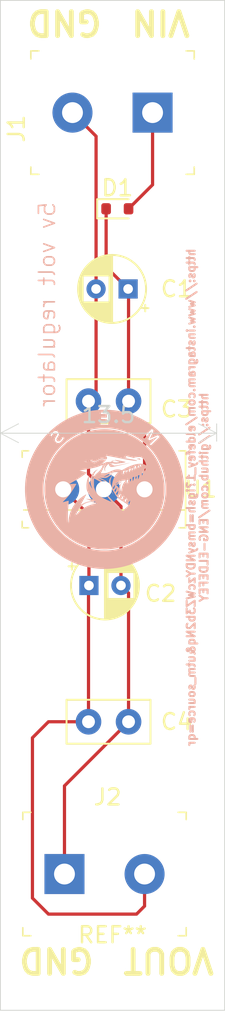
<source format=kicad_pcb>
(kicad_pcb (version 20241229) (generator "pcbnew") (generator_version "9.0")
  (layers (0 "F.Cu" signal) (2 "B.Cu" signal) (13 "F.Paste" user) (15 "B.Paste" user) (5 "F.SilkS" user "F.Silkscreen") (7 "B.SilkS" user "B.Silkscreen") (1 "F.Mask" user) (3 "B.Mask" user) (25 "Edge.Cuts" user))
  (net 0 "")
  (net 1 "Net-(D1-K)")
  (net 2 "+5V")
  (net 3 "Net-(U1-GND)")
  (net 4 "Net-(D1-A)")
  (footprint "Capacitor_THT:C_Disc_D5.0mm_W2.5mm_P2.50mm" (layer "F.Cu") (at 80 69 180)
    (property "Reference" "C3" (at -3 -0.5 0) (layer "F.SilkS"))
    (property "Value" "100nF_Ceramic")
    (pad "1" thru_hole circle (at 0 0 180) (size 1.6 1.6) (drill 0.8) (layers "*.Cu" "*.Mask") (net 1 "Net-(D1-K)"))
    (pad "2" thru_hole circle (at 2.5 0 180) (size 1.6 1.6) (drill 0.8) (layers "*.Cu" "*.Mask") (net 3 "Net-(U1-GND)"))
  )
  (footprint "digikey-footprints:TO-220-3" (layer "F.Cu") (at 81 74.5 180)
    (property "Reference" "U1" (at -3.5 0 0) (layer "F.SilkS"))
    (property "Value" "LM7805CT_Obsolete")
    (pad "1" thru_hole rect (at 0 0 180) (size 2 2) (drill 1) (layers "*.Cu" "*.Mask") (net 1 "Net-(D1-K)"))
    (pad "2" thru_hole circle (at 2.54 0 180) (size 2 2) (drill 1) (layers "*.Cu" "*.Mask") (net 3 "Net-(U1-GND)"))
    (pad "3" thru_hole circle (at 5.08 0 180) (size 2 2) (drill 1) (layers "*.Cu" "*.Mask") (net 2 "+5V"))
  )
  (footprint "digikey-footprints:Term_Block_1x2_P5mm" (layer "F.Cu") (at 81.5 51 180)
    (property "Reference" "J1" (at 8.5 -1 270) (layer "F.SilkS"))
    (property "Value" "OSTTC020162")
    (pad "1" thru_hole rect (at 0 0 180) (size 2.5 2.5) (drill 1.3) (layers "*.Cu" "*.Mask") (net 4 "Net-(D1-A)"))
    (pad "2" thru_hole circle (at 5 0 180) (size 2.5 2.5) (drill 1.3) (layers "*.Cu" "*.Mask") (net 3 "Net-(U1-GND)"))
  )
  (footprint "Capacitor_THT:C_Disc_D5.0mm_W2.5mm_P2.50mm" (layer "F.Cu") (at 77.5 89)
    (property "Reference" "C4" (at 5.5 0 0) (layer "F.SilkS"))
    (property "Value" "100nF_Ceramic")
    (pad "1" thru_hole circle (at 0 0) (size 1.6 1.6) (drill 0.8) (layers "*.Cu" "*.Mask") (net 2 "+5V"))
    (pad "2" thru_hole circle (at 2.5 0) (size 1.6 1.6) (drill 0.8) (layers "*.Cu" "*.Mask") (net 3 "Net-(U1-GND)"))
  )
  (footprint "Diode_SMD:D_SOD-523" (layer "F.Cu") (at 79.3 57)
    (property "Reference" "D1" (at 0 -1.3 0) (layer "F.SilkS"))
    (property "Value" "RB500SM")
    (pad "1" smd roundrect (at -0.7 0 180) (size 0.6 0.7) (layers "F.Cu" "F.Mask" "F.Paste") (net 1 "Net-(D1-K)"))
    (pad "2" smd roundrect (at 0.7 0 180) (size 0.6 0.7) (layers "F.Cu" "F.Mask" "F.Paste") (net 4 "Net-(D1-A)"))
  )
  (footprint "MountingHole:MountingHole_2.1mm" (layer "F.Cu") (at 79 105.5)
    (property "Reference" "REF**" (at 0 -3.2 0) (layer "F.SilkS"))
    (property "Value" "MountingHole_2.1mm" (hide yes))
    (pad "" np_thru_hole circle (at 0 0) (size 2.1 2.1) (drill 2.1) (layers "*.Cu" "*.Mask"))
  )
  (footprint "Capacitor_THT:CP_Radial_D4.0mm_P2.00mm" (layer "F.Cu") (at 79.9726 62 180)
    (property "Reference" "C1" (at -3.0274 0 0) (layer "F.SilkS"))
    (property "Value" ".22mf")
    (pad "1" thru_hole rect (at 0 0 180) (size 1.2 1.2) (drill 0.6) (layers "*.Cu" "*.Mask") (net 1 "Net-(D1-K)"))
    (pad "2" thru_hole circle (at 2 0 180) (size 1.2 1.2) (drill 0.6) (layers "*.Cu" "*.Mask") (net 3 "Net-(U1-GND)"))
  )
  (footprint "digikey-footprints:Term_Block_1x2_P5mm" (layer "F.Cu") (at 76 98.5)
    (property "Reference" "J2" (at 2.7 -4.8 0) (layer "F.SilkS"))
    (property "Value" "OSTTC020162")
    (pad "1" thru_hole rect (at 0 0) (size 2.5 2.5) (drill 1.3) (layers "*.Cu" "*.Mask") (net 3 "Net-(U1-GND)"))
    (pad "2" thru_hole circle (at 5 0) (size 2.5 2.5) (drill 1.3) (layers "*.Cu" "*.Mask") (net 2 "+5V"))
  )
  (footprint "Capacitor_THT:CP_Radial_D4.0mm_P2.00mm" (layer "F.Cu") (at 77.527401 80.5)
    (property "Reference" "C2" (at 4.472599 0.5 0) (layer "F.SilkS"))
    (property "Value" "10mf")
    (pad "1" thru_hole rect (at 0 0) (size 1.2 1.2) (drill 0.6) (layers "*.Cu" "*.Mask") (net 2 "+5V"))
    (pad "2" thru_hole circle (at 2 0) (size 1.2 1.2) (drill 0.6) (layers "*.Cu" "*.Mask") (net 3 "Net-(U1-GND)"))
  )
  (footprint "My_logo:Logo_2" (layer "B.Cu") (at 78.5 74.5 180)
    (property "Reference" "G***" (hide yes))
    (property "Value" "LOGO" (hide yes))
  )
  (gr_rect (start 72 44) (end 86 107) (stroke (width 0.05)) (fill no) (layer "Edge.Cuts"))
  (gr_text "GND\n" (at 75.5 103 180) (layer "F.SilkS") (effects (font (size 1.5 1.5) (thickness 0.3) (bold yes)) (justify bottom)))
  (gr_text "VOUT\n" (at 82.5 103 180) (layer "F.SilkS") (effects (font (size 1.5 1.5) (thickness 0.3) (bold yes)) (justify bottom)))
  (gr_text "GND\n" (at 76 44.5 180) (layer "F.SilkS") (effects (font (size 1.5 1.5) (thickness 0.3) (bold yes)) (justify bottom)))
  (gr_text "VIN\n" (at 82 44.5 180) (layer "F.SilkS") (effects (font (size 1.5 1.5) (thickness 0.3) (bold yes)) (justify bottom)))
  (gr_text "5v volt regulator " (at 75.5 56.5 90) (layer "B.SilkS") (effects (font (size 1 1) (thickness 0.1)) (justify left bottom mirror)))
  (gr_text "https://www.instagram.com/eldefey_1?igsh=bmsyNDYzcWZ3b2Nq&utm_source=qr\nhttps://github.com/ENG-ELDEFEY" (at 85 75 90) (layer "B.SilkS") (effects (font (size 0.5 0.5) (thickness 0.125) (bold yes)) (justify bottom mirror)))
  (dimension (type orthogonal) (layer "Edge.Cuts") (pts (xy 72 72) (xy 85.5 72)) (height -1) (orientation 0) (format (prefix "") (suffix "") (units 3) (units_format 0) (precision 4) (suppress_zeroes yes)) (style (thickness 0.05) (arrow_length 1.27) (text_position_mode 0) (arrow_direction outward) (extension_height 0.58642) (extension_offset 0.5) (keep_text_aligned yes)) (gr_text "13.5" (at 78.75 69.85 0) (layer "Edge.Cuts") (effects (font (size 1 1) (thickness 0.15)))))
  (segment (start 80 70) (end 81 71) (width 0.2) (layer "F.Cu") (net 1))
  (segment (start 78.6 57) (end 78.6 60.6274) (width 0.2) (layer "F.Cu") (net 1))
  (segment (start 80 69) (end 80 62.0274) (width 0.2) (layer "F.Cu") (net 1))
  (segment (start 81 71) (end 81 74.5) (width 0.2) (layer "F.Cu") (net 1))
  (segment (start 80 69) (end 80 70) (width 0.2) (layer "F.Cu") (net 1))
  (segment (start 80 62.0274) (end 79.9726 62) (width 0.2) (layer "F.Cu") (net 1))
  (segment (start 78.6 60.6274) (end 79.9726 62) (width 0.2) (layer "F.Cu") (net 1))
  (segment (start 75 89) (end 77.5 89) (width 0.2) (layer "F.Cu") (net 2))
  (segment (start 77.5 89) (end 77.5 80.527401) (width 0.2) (layer "F.Cu") (net 2))
  (segment (start 74 100) (end 74 90) (width 0.2) (layer "F.Cu") (net 2))
  (segment (start 74 90) (end 75 89) (width 0.2) (layer "F.Cu") (net 2))
  (segment (start 75 101) (end 74 100) (width 0.2) (layer "F.Cu") (net 2))
  (segment (start 81 100.5) (end 80.5 101) (width 0.2) (layer "F.Cu") (net 2))
  (segment (start 81 98.5) (end 81 100.5) (width 0.2) (layer "F.Cu") (net 2))
  (segment (start 77.527401 80.5) (end 77.527401 76.107401) (width 0.2) (layer "F.Cu") (net 2))
  (segment (start 77.527401 76.107401) (end 75.92 74.5) (width 0.2) (layer "F.Cu") (net 2))
  (segment (start 80.5 101) (end 75 101) (width 0.2) (layer "F.Cu") (net 2))
  (segment (start 77.5 80.527401) (end 77.527401 80.5) (width 0.2) (layer "F.Cu") (net 2))
  (segment (start 79.527401 75.567401) (end 79.527401 80.5) (width 0.2) (layer "F.Cu") (net 3))
  (segment (start 77.5 73.54) (end 78.46 74.5) (width 0.2) (layer "F.Cu") (net 3))
  (segment (start 77.9726 52.4726) (end 76.5 51) (width 0.2) (layer "F.Cu") (net 3))
  (segment (start 80 89) (end 80 80.972599) (width 0.2) (layer "F.Cu") (net 3))
  (segment (start 77.9726 62) (end 77.9726 68.5274) (width 0.2) (layer "F.Cu") (net 3))
  (segment (start 76 98.5) (end 76 93) (width 0.2) (layer "F.Cu") (net 3))
  (segment (start 77.9726 62) (end 77.9726 52.4726) (width 0.2) (layer "F.Cu") (net 3))
  (segment (start 80 80.972599) (end 79.527401 80.5) (width 0.2) (layer "F.Cu") (net 3))
  (segment (start 77.5 69) (end 77.5 73.54) (width 0.2) (layer "F.Cu") (net 3))
  (segment (start 78.46 74.5) (end 79.527401 75.567401) (width 0.2) (layer "F.Cu") (net 3))
  (segment (start 76 93) (end 80 89) (width 0.2) (layer "F.Cu") (net 3))
  (segment (start 77.9726 68.5274) (end 77.5 69) (width 0.2) (layer "F.Cu") (net 3))
  (segment (start 81.5 51) (end 81.5 55.5) (width 0.2) (layer "F.Cu") (net 4))
  (segment (start 81.5 55.5) (end 80 57) (width 0.2) (layer "F.Cu") (net 4))
)
</source>
